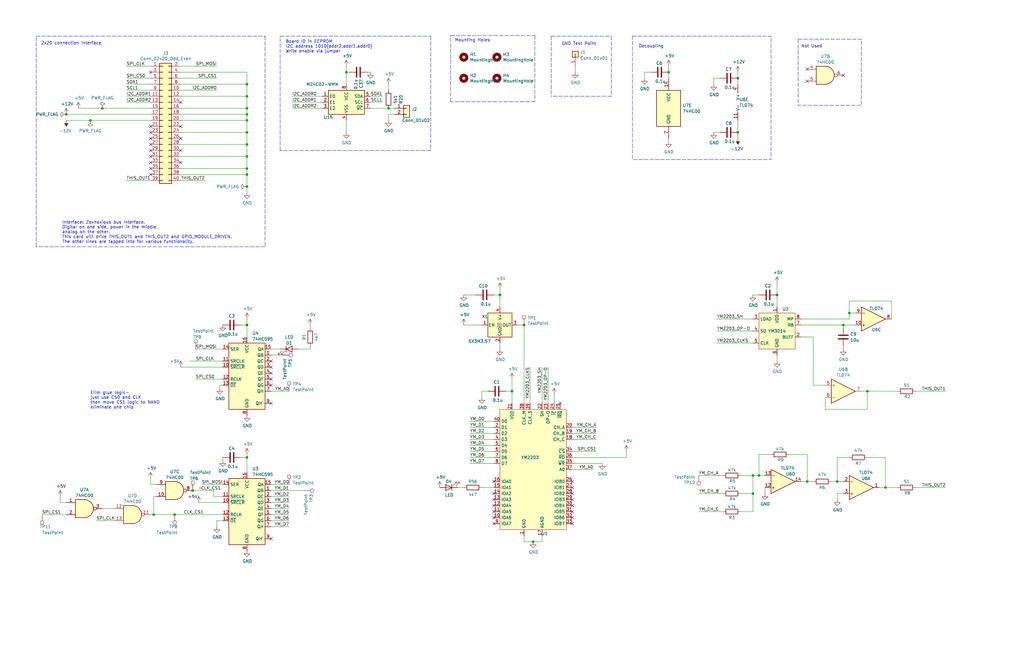
<source format=kicad_sch>
(kicad_sch (version 20230121) (generator eeschema)
  (paper "B")
  (title_block (title "Zoxnoxious 2203 FM Operator Type-N (OPN)") (date "2022-09-07") (rev "0.1") (company "Zoxnoxious Engineering"))
  (junction (at 104.14 60.96))
  (junction (at 104.14 50.8))
  (junction (at 43.18 45.72))
  (junction (at 27.94 48.26))
  (junction (at 373.38 205.74))
  (junction (at 104.14 40.64))
  (junction (at 224.79 228.6))
  (junction (at 281.94 30.48))
  (junction (at 340.36 203.2))
  (junction (at 64.77 217.17))
  (junction (at 317.5 208.28))
  (junction (at 104.14 73.66))
  (junction (at 353.06 203.2))
  (junction (at 311.15 33.02))
  (junction (at 38.1 50.8))
  (junction (at 146.05 30.48))
  (junction (at 81.28 207.01))
  (junction (at 365.76 165.1))
  (junction (at 104.14 66.04))
  (junction (at 104.14 78.74))
  (junction (at 104.14 48.26))
  (junction (at 163.83 45.72))
  (junction (at 317.5 200.66))
  (junction (at 104.14 55.88))
  (junction (at 104.14 45.72))
  (junction (at 210.82 124.46))
  (junction (at 320.04 200.66))
  (junction (at 104.14 35.56))
  (junction (at 73.66 217.17))
  (junction (at 104.14 193.04))
  (junction (at 220.98 137.16))
  (junction (at 104.14 137.16))
  (junction (at 311.15 55.88))
  (junction (at 355.6 137.16))
  (junction (at 104.14 71.12))
  (junction (at 358.14 132.08))
  (junction (at 215.9 165.1))
  (junction (at 327.66 124.46))
  (no_connect (at 114.3 154.94))
  (no_connect (at 114.3 160.02))
  (no_connect (at 241.3 210.82))
  (no_connect (at 63.5 60.96))
  (no_connect (at 63.5 73.66))
  (no_connect (at 241.3 215.9))
  (no_connect (at 63.5 55.88))
  (no_connect (at 355.6 31.75))
  (no_connect (at 114.3 157.48))
  (no_connect (at 208.28 218.44))
  (no_connect (at 76.2 63.5))
  (no_connect (at 63.5 53.34))
  (no_connect (at 241.3 213.36))
  (no_connect (at 241.3 208.28))
  (no_connect (at 208.28 210.82))
  (no_connect (at 208.28 215.9))
  (no_connect (at 114.3 227.33))
  (no_connect (at 63.5 58.42))
  (no_connect (at 76.2 43.18))
  (no_connect (at 114.3 162.56))
  (no_connect (at 208.28 213.36))
  (no_connect (at 340.36 34.29))
  (no_connect (at 63.5 30.48))
  (no_connect (at 63.5 63.5))
  (no_connect (at 114.3 170.18))
  (no_connect (at 208.28 203.2))
  (no_connect (at 208.28 220.98))
  (no_connect (at 63.5 68.58))
  (no_connect (at 208.28 208.28))
  (no_connect (at 76.2 53.34))
  (no_connect (at 63.5 71.12))
  (no_connect (at 76.2 68.58))
  (no_connect (at 241.3 203.2))
  (no_connect (at 241.3 205.74))
  (no_connect (at 236.22 170.18))
  (no_connect (at 340.36 29.21))
  (no_connect (at 241.3 218.44))
  (no_connect (at 63.5 66.04))
  (no_connect (at 76.2 58.42))
  (no_connect (at 241.3 220.98))
  (no_connect (at 114.3 152.4))
  (polyline (pts (xy 189.992 14.986) (xy 225.552 14.986)) (stroke (width 0) (type dash)))
  (polyline (pts (xy 181.61 15.24) (xy 181.61 63.5)) (stroke (width 0) (type dash)))
  (wire (pts (xy 353.06 208.28) (xy 353.06 210.82)))
  (wire (pts (xy 241.3 185.42) (xy 251.46 185.42)))
  (wire (pts (xy 215.9 165.1) (xy 215.9 170.18)))
  (wire (pts (xy 104.14 60.96) (xy 104.14 66.04)))
  (wire (pts (xy 93.98 209.55) (xy 90.17 209.55)))
  (wire (pts (xy 220.98 137.16) (xy 218.44 137.16)))
  (wire (pts (xy 365.76 193.04) (xy 373.38 193.04)))
  (polyline (pts (xy 118.11 63.5) (xy 118.11 15.24)) (stroke (width 0) (type dash)))
  (wire (pts (xy 154.94 30.48) (xy 156.21 30.48)))
  (wire (pts (xy 130.81 137.16) (xy 130.81 138.43)))
  (wire (pts (xy 281.94 27.94) (xy 281.94 30.48)))
  (wire (pts (xy 311.15 55.88) (xy 311.15 58.42)))
  (wire (pts (xy 76.2 48.26) (xy 104.14 48.26)))
  (wire (pts (xy 114.3 212.09) (xy 121.92 212.09)))
  (wire (pts (xy 386.08 165.1) (xy 398.78 165.1)))
  (wire (pts (xy 53.34 43.18) (xy 63.5 43.18)))
  (wire (pts (xy 40.64 219.71) (xy 48.26 219.71)))
  (wire (pts (xy 358.14 132.08) (xy 360.68 132.08)))
  (wire (pts (xy 228.6 228.6) (xy 228.6 226.06)))
  (wire (pts (xy 146.05 50.8) (xy 146.05 55.88)))
  (wire (pts (xy 210.82 124.46) (xy 210.82 129.54)))
  (wire (pts (xy 294.64 200.66) (xy 304.8 200.66)))
  (wire (pts (xy 355.6 137.16) (xy 360.68 137.16)))
  (wire (pts (xy 274.32 30.48) (xy 271.78 30.48)))
  (wire (pts (xy 340.36 203.2) (xy 342.9 203.2)))
  (wire (pts (xy 114.3 149.86) (xy 119.38 149.86)))
  (wire (pts (xy 156.21 43.18) (xy 161.29 43.18)))
  (wire (pts (xy 38.1 50.8) (xy 63.5 50.8)))
  (wire (pts (xy 73.66 217.17) (xy 93.98 217.17)))
  (wire (pts (xy 76.2 40.64) (xy 104.14 40.64)))
  (wire (pts (xy 242.57 27.94) (xy 242.57 30.48)))
  (wire (pts (xy 375.92 134.62) (xy 375.92 127)))
  (wire (pts (xy 320.04 191.77) (xy 320.04 200.66)))
  (wire (pts (xy 200.66 124.46) (xy 195.58 124.46)))
  (wire (pts (xy 63.5 217.17) (xy 64.77 217.17)))
  (wire (pts (xy 86.36 76.2) (xy 76.2 76.2)))
  (wire (pts (xy 347.98 167.64) (xy 347.98 172.72)))
  (wire (pts (xy 208.28 187.96) (xy 198.12 187.96)))
  (wire (pts (xy 53.34 35.56) (xy 63.5 35.56)))
  (polyline (pts (xy 257.81 15.24) (xy 257.81 40.64)) (stroke (width 0) (type dash)))
  (wire (pts (xy 213.36 165.1) (xy 215.9 165.1)))
  (wire (pts (xy 322.58 205.74) (xy 322.58 208.28)))
  (polyline (pts (xy 15.24 104.14) (xy 15.24 15.24)) (stroke (width 0) (type dash)))
  (wire (pts (xy 373.38 193.04) (xy 373.38 205.74)))
  (polyline (pts (xy 225.552 14.986) (xy 225.552 42.926)) (stroke (width 0) (type dash)))
  (polyline (pts (xy 232.41 15.24) (xy 257.81 15.24)) (stroke (width 0) (type dash)))
  (wire (pts (xy 104.14 55.88) (xy 104.14 60.96)))
  (wire (pts (xy 241.3 193.04) (xy 264.16 193.04)))
  (wire (pts (xy 135.89 40.64) (xy 123.19 40.64)))
  (wire (pts (xy 25.4 212.09) (xy 25.4 209.55)))
  (wire (pts (xy 355.6 208.28) (xy 353.06 208.28)))
  (wire (pts (xy 312.42 215.9) (xy 317.5 215.9)))
  (wire (pts (xy 163.83 35.56) (xy 163.83 38.1)))
  (wire (pts (xy 325.12 191.77) (xy 320.04 191.77)))
  (wire (pts (xy 302.26 134.62) (xy 317.5 134.62)))
  (wire (pts (xy 104.14 193.04) (xy 104.14 199.39)))
  (wire (pts (xy 353.06 193.04) (xy 353.06 203.2)))
  (polyline (pts (xy 189.992 42.926) (xy 189.992 14.986)) (stroke (width 0) (type dash)))
  (wire (pts (xy 327.66 124.46) (xy 327.66 129.54)))
  (wire (pts (xy 317.5 215.9) (xy 317.5 208.28)))
  (wire (pts (xy 147.32 30.48) (xy 146.05 30.48)))
  (wire (pts (xy 241.3 182.88) (xy 251.46 182.88)))
  (wire (pts (xy 76.2 55.88) (xy 104.14 55.88)))
  (wire (pts (xy 104.14 40.64) (xy 104.14 45.72)))
  (wire (pts (xy 203.2 205.74) (xy 208.28 205.74)))
  (wire (pts (xy 337.82 203.2) (xy 340.36 203.2)))
  (wire (pts (xy 125.73 147.32) (xy 130.81 147.32)))
  (wire (pts (xy 17.78 217.17) (xy 27.94 217.17)))
  (wire (pts (xy 43.18 214.63) (xy 48.26 214.63)))
  (wire (pts (xy 146.05 27.94) (xy 146.05 30.48)))
  (wire (pts (xy 27.94 50.8) (xy 38.1 50.8)))
  (wire (pts (xy 53.34 33.02) (xy 63.5 33.02)))
  (wire (pts (xy 104.14 191.77) (xy 104.14 193.04)))
  (wire (pts (xy 208.28 195.58) (xy 198.12 195.58)))
  (wire (pts (xy 146.05 35.56) (xy 146.05 30.48)))
  (wire (pts (xy 317.5 208.28) (xy 317.5 200.66)))
  (wire (pts (xy 355.6 146.05) (xy 355.6 147.32)))
  (wire (pts (xy 76.2 50.8) (xy 104.14 50.8)))
  (wire (pts (xy 311.15 33.02) (xy 311.15 35.56)))
  (polyline (pts (xy 111.76 15.24) (xy 111.76 104.14)) (stroke (width 0) (type dash)))
  (wire (pts (xy 76.2 45.72) (xy 104.14 45.72)))
  (wire (pts (xy 130.81 147.32) (xy 130.81 146.05)))
  (wire (pts (xy 340.36 191.77) (xy 340.36 203.2)))
  (wire (pts (xy 294.64 215.9) (xy 304.8 215.9)))
  (wire (pts (xy 93.98 193.04) (xy 93.98 194.31)))
  (wire (pts (xy 208.28 180.34) (xy 198.12 180.34)))
  (wire (pts (xy 104.14 73.66) (xy 104.14 78.74)))
  (wire (pts (xy 163.83 45.72) (xy 166.37 45.72)))
  (wire (pts (xy 365.76 165.1) (xy 378.46 165.1)))
  (wire (pts (xy 231.14 154.94) (xy 231.14 170.18)))
  (wire (pts (xy 365.76 165.1) (xy 363.22 165.1)))
  (wire (pts (xy 312.42 208.28) (xy 317.5 208.28)))
  (wire (pts (xy 114.3 165.1) (xy 121.92 165.1)))
  (wire (pts (xy 210.82 121.92) (xy 210.82 124.46)))
  (wire (pts (xy 82.55 147.32) (xy 93.98 147.32)))
  (wire (pts (xy 198.12 193.04) (xy 208.28 193.04)))
  (wire (pts (xy 76.2 60.96) (xy 104.14 60.96)))
  (wire (pts (xy 337.82 137.16) (xy 355.6 137.16)))
  (wire (pts (xy 63.5 45.72) (xy 43.18 45.72)))
  (wire (pts (xy 205.74 165.1) (xy 203.2 165.1)))
  (wire (pts (xy 365.76 172.72) (xy 365.76 165.1)))
  (wire (pts (xy 114.3 214.63) (xy 121.92 214.63)))
  (wire (pts (xy 76.2 154.94) (xy 93.98 154.94)))
  (wire (pts (xy 90.17 209.55) (xy 90.17 207.01)))
  (polyline (pts (xy 118.11 15.24) (xy 171.45 15.24)) (stroke (width 0) (type dash)))
  (wire (pts (xy 66.04 209.55) (xy 64.77 209.55)))
  (wire (pts (xy 135.89 43.18) (xy 123.19 43.18)))
  (wire (pts (xy 104.14 35.56) (xy 104.14 40.64)))
  (wire (pts (xy 53.34 40.64) (xy 63.5 40.64)))
  (wire (pts (xy 337.82 134.62) (xy 358.14 134.62)))
  (wire (pts (xy 300.99 33.02) (xy 300.99 35.56)))
  (polyline (pts (xy 111.76 104.14) (xy 15.24 104.14)) (stroke (width 0) (type dash)))
  (wire (pts (xy 208.28 185.42) (xy 198.12 185.42)))
  (wire (pts (xy 76.2 66.04) (xy 104.14 66.04)))
  (wire (pts (xy 355.6 137.16) (xy 355.6 138.43)))
  (wire (pts (xy 76.2 71.12) (xy 104.14 71.12)))
  (wire (pts (xy 241.3 190.5) (xy 251.46 190.5)))
  (wire (pts (xy 83.82 212.09) (xy 93.98 212.09)))
  (wire (pts (xy 82.55 160.02) (xy 93.98 160.02)))
  (wire (pts (xy 264.16 190.5) (xy 264.16 193.04)))
  (wire (pts (xy 233.68 166.37) (xy 233.68 170.18)))
  (wire (pts (xy 208.28 182.88) (xy 198.12 182.88)))
  (polyline (pts (xy 232.41 15.24) (xy 232.41 40.64)) (stroke (width 0) (type dash)))
  (wire (pts (xy 76.2 30.48) (xy 104.14 30.48)))
  (wire (pts (xy 228.6 154.94) (xy 228.6 170.18)))
  (wire (pts (xy 210.82 144.78) (xy 210.82 147.32)))
  (wire (pts (xy 156.21 45.72) (xy 163.83 45.72)))
  (polyline (pts (xy 171.45 63.5) (xy 118.11 63.5)) (stroke (width 0) (type dash)))
  (polyline (pts (xy 257.81 40.64) (xy 232.41 40.64)) (stroke (width 0) (type dash)))
  (wire (pts (xy 104.14 71.12) (xy 104.14 73.66)))
  (wire (pts (xy 347.98 172.72) (xy 365.76 172.72)))
  (wire (pts (xy 342.9 162.56) (xy 347.98 162.56)))
  (wire (pts (xy 64.77 209.55) (xy 64.77 217.17)))
  (wire (pts (xy 320.04 200.66) (xy 322.58 200.66)))
  (wire (pts (xy 241.3 195.58) (xy 254 195.58)))
  (wire (pts (xy 358.14 132.08) (xy 358.14 134.62)))
  (wire (pts (xy 271.78 30.48) (xy 271.78 33.02)))
  (wire (pts (xy 104.14 78.74) (xy 104.14 81.28)))
  (wire (pts (xy 294.64 208.28) (xy 304.8 208.28)))
  (polyline (pts (xy 15.24 15.24) (xy 111.76 15.24)) (stroke (width 0) (type dash)))
  (wire (pts (xy 373.38 205.74) (xy 378.46 205.74)))
  (wire (pts (xy 93.98 162.56) (xy 92.71 162.56)))
  (wire (pts (xy 373.38 205.74) (xy 370.84 205.74)))
  (wire (pts (xy 91.44 38.1) (xy 76.2 38.1)))
  (wire (pts (xy 327.66 149.86) (xy 327.66 152.4)))
  (wire (pts (xy 27.94 212.09) (xy 25.4 212.09)))
  (wire (pts (xy 104.14 66.04) (xy 104.14 71.12)))
  (wire (pts (xy 353.06 203.2) (xy 355.6 203.2)))
  (wire (pts (xy 114.3 207.01) (xy 128.27 207.01)))
  (wire (pts (xy 224.79 228.6) (xy 228.6 228.6)))
  (wire (pts (xy 80.01 152.4) (xy 93.98 152.4)))
  (wire (pts (xy 163.83 48.26) (xy 166.37 48.26)))
  (polyline (pts (xy 225.552 42.926) (xy 189.992 42.926)) (stroke (width 0) (type dash)))
  (wire (pts (xy 76.2 27.94) (xy 91.44 27.94)))
  (wire (pts (xy 91.44 33.02) (xy 76.2 33.02)))
  (wire (pts (xy 241.3 180.34) (xy 251.46 180.34)))
  (wire (pts (xy 281.94 30.48) (xy 281.94 33.02)))
  (wire (pts (xy 91.44 219.71) (xy 91.44 222.25)))
  (wire (pts (xy 375.92 127) (xy 358.14 127)))
  (wire (pts (xy 215.9 160.02) (xy 215.9 165.1)))
  (wire (pts (xy 63.5 204.47) (xy 63.5 201.93)))
  (wire (pts (xy 223.52 154.94) (xy 223.52 170.18)))
  (polyline (pts (xy 171.45 15.24) (xy 181.61 15.24)) (stroke (width 0) (type dash)))
  (wire (pts (xy 93.98 219.71) (xy 91.44 219.71)))
  (wire (pts (xy 43.18 45.72) (xy 33.02 45.72)))
  (wire (pts (xy 104.14 48.26) (xy 104.14 50.8)))
  (wire (pts (xy 208.28 190.5) (xy 198.12 190.5)))
  (wire (pts (xy 53.34 76.2) (xy 63.5 76.2)))
  (wire (pts (xy 101.6 137.16) (xy 104.14 137.16)))
  (wire (pts (xy 220.98 170.18) (xy 220.98 137.16)))
  (wire (pts (xy 114.3 209.55) (xy 121.92 209.55)))
  (wire (pts (xy 386.08 205.74) (xy 398.78 205.74)))
  (wire (pts (xy 358.14 127) (xy 358.14 132.08)))
  (wire (pts (xy 303.53 55.88) (xy 300.99 55.88)))
  (wire (pts (xy 76.2 35.56) (xy 104.14 35.56)))
  (wire (pts (xy 104.14 137.16) (xy 104.14 142.24)))
  (wire (pts (xy 327.66 119.38) (xy 327.66 124.46)))
  (wire (pts (xy 303.53 33.02) (xy 300.99 33.02)))
  (wire (pts (xy 195.58 137.16) (xy 203.2 137.16)))
  (wire (pts (xy 161.29 40.64) (xy 156.21 40.64)))
  (wire (pts (xy 63.5 48.26) (xy 27.94 48.26)))
  (wire (pts (xy 281.94 58.42) (xy 281.94 59.69)))
  (wire (pts (xy 85.09 204.47) (xy 93.98 204.47)))
  (wire (pts (xy 342.9 142.24) (xy 342.9 162.56)))
  (polyline (pts (xy 181.61 63.5) (xy 171.45 63.5)) (stroke (width 0) (type dash)))
  (wire (pts (xy 220.98 226.06) (xy 220.98 228.6)))
  (wire (pts (xy 104.14 30.48) (xy 104.14 35.56)))
  (wire (pts (xy 332.74 191.77) (xy 340.36 191.77)))
  (wire (pts (xy 101.6 193.04) (xy 104.14 193.04)))
  (wire (pts (xy 64.77 217.17) (xy 73.66 217.17)))
  (wire (pts (xy 92.71 162.56) (xy 92.71 163.83)))
  (wire (pts (xy 337.82 142.24) (xy 342.9 142.24)))
  (wire (pts (xy 193.04 205.74) (xy 195.58 205.74)))
  (wire (pts (xy 203.2 165.1) (xy 203.2 167.64)))
  (wire (pts (xy 76.2 73.66) (xy 104.14 73.66)))
  (wire (pts (xy 208.28 124.46) (xy 210.82 124.46)))
  (wire (pts (xy 114.3 147.32) (xy 118.11 147.32)))
  (wire (pts (xy 311.15 50.8) (xy 311.15 55.88)))
  (wire (pts (xy 241.3 198.12) (xy 250.19 198.12)))
  (wire (pts (xy 302.26 144.78) (xy 317.5 144.78)))
  (wire (pts (xy 163.83 50.8) (xy 163.83 48.26)))
  (wire (pts (xy 114.3 217.17) (xy 121.92 217.17)))
  (wire (pts (xy 114.3 219.71) (xy 121.92 219.71)))
  (wire (pts (xy 114.3 222.25) (xy 121.92 222.25)))
  (wire (pts (xy 104.14 45.72) (xy 104.14 48.26)))
  (wire (pts (xy 311.15 30.48) (xy 311.15 33.02)))
  (wire (pts (xy 317.5 124.46) (xy 320.04 124.46)))
  (wire (pts (xy 208.28 177.8) (xy 198.12 177.8)))
  (wire (pts (xy 81.28 207.01) (xy 90.17 207.01)))
  (wire (pts (xy 104.14 50.8) (xy 104.14 55.88)))
  (wire (pts (xy 66.04 204.47) (xy 63.5 204.47)))
  (wire (pts (xy 104.14 134.62) (xy 104.14 137.16)))
  (wire (pts (xy 53.34 38.1) (xy 63.5 38.1)))
  (wire (pts (xy 220.98 228.6) (xy 224.79 228.6)))
  (wire (pts (xy 350.52 203.2) (xy 353.06 203.2)))
  (wire (pts (xy 317.5 200.66) (xy 320.04 200.66)))
  (wire (pts (xy 312.42 200.66) (xy 317.5 200.66)))
  (wire (pts (xy 114.3 204.47) (xy 121.92 204.47)))
  (wire (pts (xy 135.89 45.72) (xy 123.19 45.72)))
  (wire (pts (xy 302.26 139.7) (xy 317.5 139.7)))
  (wire (pts (xy 53.34 27.94) (xy 63.5 27.94)))
  (wire (pts (xy 358.14 193.04) (xy 353.06 193.04)))
  (rectangle (start 266.7 15.24) (end 325.12 67.31) (stroke (width 0) (type dash)))
  (rectangle (start 336.55 16.51) (end 363.22 44.45) (stroke (width 0) (type dash)))
  (text "Elim glue logic-\njust use CS0 and CLK\nthen move CS1 logic to NAND\neliminate one chip" (at 38.1 172.72 0) (effects (font (size 1.27 1.27)) (justify left bottom)))
  (text "2x20 connection interface" (at 17.272 19.05 0) (effects (font (size 1.27 1.27)) (justify left bottom)))
  (text "Decoupling" (at 269.24 20.32 0) (effects (font (size 1.27 1.27)) (justify left bottom)))
  (text "Mounting Holes" (at 191.77 17.78 0) (effects (font (size 1.27 1.27)) (justify left bottom)))
  (text "GND Test Point" (at 236.728 19.304 0) (effects (font (size 1.27 1.27)) (justify left bottom)))
  (text "Board ID in EEPROM\nI2C address 1010{addr2,addr1,addr0}\nWrite enable via jumper" (at 120.396 22.479 0) (effects (font (size 1.27 1.27)) (justify left bottom)))
  (text "Not Used" (at 337.82 20.32 0) (effects (font (size 1.27 1.27)) (justify left bottom)))
  (text "Interface: Zoxnoxious bus interface.\nDigital on one side, power in the middle,\nanalog on the other.\nThis card will drive THIS_OUT1 and THIS_OUT2 and GPIO_MODULE_DRIVEN.\nThe other lines are tapped into for various functionality." (at 26.162 102.87 0) (effects (font (size 1.27 1.27)) (justify left bottom)))
  (label "THIS_OUT2" (at 398.78 205.74 180))
  (label "YM_CH_B" (at 294.64 208.28 0))
  (label "YM_CH_C" (at 294.64 215.9 0))
  (label "YM_D0" (at 198.12 177.8 0))
  (label "SCL1" (at 53.34 38.1 0))
  (label "YM_CH_C" (at 251.46 185.42 180))
  (label "YM_A0" (at 121.92 165.1 180))
  (label "YM_D6" (at 121.92 219.71 180))
  (label "YM_CH_A" (at 294.64 200.66 0))
  (label "YM_D3" (at 121.92 212.09 180))
  (label "SPI_CS0" (at 82.55 160.02 0))
  (label "SPI_CLK" (at 40.64 219.71 0))
  (label "SPI_CS1" (at 91.44 33.02 180))
  (label "I2C_ADDR0" (at 123.19 40.64 0))
  (label "SPI_CS1" (at 251.46 190.5 180))
  (label "YM_D0" (at 121.92 204.47 180))
  (label "YM_D1" (at 198.12 180.34 0))
  (label "YM_D4" (at 121.92 214.63 180))
  (label "YM2203_CLKS" (at 223.52 154.94 270))
  (label "YM2203_SH" (at 228.6 154.94 270))
  (label "I2C_ADDR1" (at 123.19 43.18 0))
  (label "CLK_CS1" (at 77.47 217.17 0))
  (label "I2C_ADDR0" (at 91.44 38.1 180))
  (label "SDA1" (at 53.34 35.56 0))
  (label "YM_D4" (at 198.12 187.96 0))
  (label "I2C_ADDR2" (at 123.19 45.72 0))
  (label "~CLK_CS1" (at 83.82 207.01 0))
  (label "YM_D3" (at 198.12 185.42 0))
  (label "YM_D5" (at 121.92 217.17 180))
  (label "YM_A0" (at 250.19 198.12 180))
  (label "SPI_MOSI" (at 82.55 147.32 0))
  (label "YM_D7" (at 198.12 195.58 0))
  (label "SPI_CS0" (at 53.34 33.02 0))
  (label "YM2203_SH" (at 302.26 134.62 0))
  (label "THIS_OUT1" (at 53.34 76.2 0))
  (label "SDA1" (at 161.29 40.64 180))
  (label "YM_D2" (at 198.12 182.88 0))
  (label "SCL1" (at 161.29 43.18 180))
  (label "SPI_CLK" (at 53.34 27.94 0))
  (label "SPI_CS1" (at 17.78 217.17 0))
  (label "SPI_MOSI" (at 91.44 27.94 180))
  (label "SPI_CLK" (at 82.55 152.4 0))
  (label "YM_D2" (at 121.92 209.55 180))
  (label "YM2203_OP-O" (at 302.26 139.7 0))
  (label "YM2203_CLKS" (at 302.26 144.78 0))
  (label "YM2203_OP-O" (at 231.14 154.94 270))
  (label "THIS_OUT2" (at 86.36 76.2 180))
  (label "YM_D1" (at 121.92 207.01 180))
  (label "YM_D5" (at 198.12 190.5 0))
  (label "THIS_OUT1" (at 398.78 165.1 180))
  (label "YM_D7" (at 121.92 222.25 180))
  (label "I2C_ADDR1" (at 53.34 40.64 0))
  (label "SPI_MOSI" (at 85.09 204.47 0))
  (label "YM_CH_B" (at 251.46 182.88 180))
  (label "YM_CH_A" (at 251.46 180.34 180))
  (label "I2C_ADDR2" (at 53.34 43.18 0))
  (label "YM_D6" (at 198.12 193.04 0))
  (symbol (lib_id "Connector_Generic:Conn_02x20_Odd_Even") (at 68.58 50.8 0) (unit 1)
    (property "Reference" "J3" (at 69.85 22.4282 0))
    (property "Value" "Conn_02x20_Odd_Even" (at 69.85 24.7396 0))
    (property "Footprint" "Connector_PinHeader_2.54mm:PinHeader_2x20_P2.54mm_Horizontal" (effects hide))
  )
  (symbol (lib_id "power:GND") (at 104.14 81.28 0) (unit 1)
    (property "Reference" "#PWR0118" (effects hide))
    (property "Value" "GND" (at 104.267 85.6742 0))
  )
  (symbol (lib_id "power:+5V") (at 33.02 45.72 0) (unit 1)
    (property "Reference" "#PWR0120" (effects hide))
    (property "Value" "+5V" (at 33.401 41.3258 0))
  )
  (symbol (lib_id "power:+12V") (at 27.94 48.26 0) (unit 1)
    (property "Reference" "#PWR0117" (effects hide))
    (property "Value" "+12V" (at 28.321 43.8658 0))
  )
  (symbol (lib_id "power:-12V") (at 27.94 50.8 180) (unit 1)
    (property "Reference" "#PWR0119" (effects hide))
    (property "Value" "-12V" (at 27.559 55.1942 0))
  )
  (symbol (lib_id "power:PWR_FLAG") (at 43.18 45.72 0) (unit 1)
    (property "Reference" "#FLG0101" (effects hide))
    (property "Value" "PWR_FLAG" (at 43.18 41.3258 0))
  )
  (symbol (lib_id "power:PWR_FLAG") (at 27.94 48.26 90) (unit 1)
    (property "Reference" "#FLG0102" (effects hide))
    (property "Value" "PWR_FLAG" (at 24.7142 48.26 90) (effects (justify left)))
  )
  (symbol (lib_id "power:PWR_FLAG") (at 38.1 50.8 180) (unit 1)
    (property "Reference" "#FLG0103" (effects hide))
    (property "Value" "PWR_FLAG" (at 38.1 55.1942 0))
  )
  (symbol (lib_id "power:PWR_FLAG") (at 104.14 78.74 90) (unit 1)
    (property "Reference" "#FLG0104" (effects hide))
    (property "Value" "PWR_FLAG" (at 100.8888 78.74 90) (effects (justify left)))
  )
  (symbol (lib_id "Device:R") (at 199.39 205.74 270) (unit 1)
    (property "Reference" "R56" (at 199.39 203.2 90))
    (property "Value" "4k7" (at 199.39 208.6864 90))
    (property "Footprint" "Resistor_SMD:R_0603_1608Metric" (effects hide))
    (property "LCSC Part" "C23162" (effects hide))
  )
  (symbol (lib_id "Device:LED") (at 189.23 205.74 180) (unit 1)
    (property "Reference" "D4" (at 189.23 203.2 0))
    (property "Value" "LED" (at 189.4078 208.9404 0))
    (property "Footprint" "LED_SMD:LED_0603_1608Metric" (effects hide))
    (property "LCSC Part" "C2286" (effects hide))
  )
  (symbol (lib_id "power:+5V") (at 185.42 205.74 0) (unit 1)
    (property "Reference" "#PWR0112" (effects hide))
    (property "Value" "+5V" (at 185.801 201.3458 0))
  )
  (symbol (lib_id "power:GND") (at 146.05 55.88 0) (unit 1)
    (property "Reference" "#PWR0124" (effects hide))
    (property "Value" "GND" (at 146.177 60.2742 0))
  )
  (symbol (lib_id "power:+5V") (at 146.05 27.94 0) (unit 1)
    (property "Reference" "#PWR0126" (effects hide))
    (property "Value" "+5V" (at 146.431 23.5458 0))
  )
  (symbol (lib_id "Device:C") (at 151.13 30.48 270) (unit 1)
    (property "Reference" "C37" (at 152.2984 33.401 0) (effects (justify left)))
    (property "Value" "0.1u" (at 149.987 33.401 0) (effects (justify left)))
    (property "Footprint" "Capacitor_SMD:C_0603_1608Metric" (effects hide))
    (property "LCSC Part" "C14663" (effects hide))
  )
  (symbol (lib_id "power:GND") (at 156.21 30.48 0) (unit 1)
    (property "Reference" "#PWR0125" (effects hide))
    (property "Value" "GND" (at 156.337 34.8742 0))
  )
  (symbol (lib_id "Memory_EEPROM:M24C02-WMN") (at 146.05 43.18 0) (unit 1)
    (property "Reference" "U15" (at 138.43 49.53 0))
    (property "Value" "M24C02-WMN" (at 135.89 35.56 0))
    (property "Footprint" "Package_SO:SOIC-8_3.9x4.9mm_P1.27mm" (effects hide))
    (property "Datasheet" "http://www.st.com/content/ccc/resource/technical/document/datasheet/b0/d8/50/40/5a/85/49/6f/DM00071904.pdf/files/DM00071904.pdf/jcr:content/translations/en.DM00071904.pdf" (effects hide))
    (property "LCSC Part" "C7562" (effects hide))
  )
  (symbol (lib_id "power:GND") (at 163.83 50.8 0) (unit 1)
    (property "Reference" "#PWR08" (effects hide))
    (property "Value" "GND" (at 163.957 55.1942 0))
  )
  (symbol (lib_id "Mechanical:MountingHole") (at 195.58 24.13 0) (unit 1)
    (property "Reference" "H1" (at 198.12 22.9616 0) (effects (justify left)))
    (property "Value" "MountingHole" (at 198.12 25.273 0) (effects (justify left)))
    (property "Footprint" "MountingHole:MountingHole_3.2mm_M3" (effects hide))
  )
  (symbol (lib_id "Mechanical:MountingHole") (at 209.55 24.13 0) (unit 1)
    (property "Reference" "H3" (at 212.09 22.9616 0) (effects (justify left)))
    (property "Value" "MountingHole" (at 212.09 25.273 0) (effects (justify left)))
    (property "Footprint" "MountingHole:MountingHole_3.2mm_M3" (effects hide))
  )
  (symbol (lib_id "Mechanical:MountingHole") (at 209.55 33.02 0) (unit 1)
    (property "Reference" "H4" (at 212.09 31.8516 0) (effects (justify left)))
    (property "Value" "MountingHole" (at 212.09 34.163 0) (effects (justify left)))
    (property "Footprint" "MountingHole:MountingHole_3.2mm_M3" (effects hide))
  )
  (symbol (lib_id "Mechanical:MountingHole") (at 195.58 33.02 0) (unit 1)
    (property "Reference" "H2" (at 198.12 31.8516 0) (effects (justify left)))
    (property "Value" "MountingHole" (at 198.12 34.163 0) (effects (justify left)))
    (property "Footprint" "MountingHole:MountingHole_3.2mm_M3" (effects hide))
  )
  (symbol (lib_id "74xx:74HC00") (at 73.66 207.01 0) (unit 3)
    (property "Reference" "U7" (at 73.6517 199.0557 0))
    (property "Value" "74HC00" (at 73.6517 201.4799 0))
    (property "Footprint" "Package_SO:SOIC-14_3.9x8.7mm_P1.27mm" (effects hide))
    (property "Datasheet" "http://www.ti.com/lit/gpn/sn74hc00" (effects hide))
    (property "LCSC Part" "C10090" (effects hide))
  )
  (symbol (lib_id "Connector:TestPoint") (at 73.66 217.17 180) (unit 1)
    (property "Reference" "TP8" (at 74.93 222.25 0) (effects (justify left)))
    (property "Value" "TestPoint" (at 74.93 224.79 0) (effects (justify left)))
    (property "Footprint" "TestPoint:TestPoint_Pad_2.0x2.0mm" (effects hide))
    (property "Digikey" "952-2664-2-ND" (effects hide))
  )
  (symbol (lib_id "power:GND") (at 92.71 163.83 0) (unit 1)
    (property "Reference" "#PWR012" (effects hide))
    (property "Value" "GND" (at 92.837 168.2242 0))
  )
  (symbol (lib_id "power:GND") (at 195.58 124.46 0) (unit 1)
    (property "Reference" "#PWR034" (effects hide))
    (property "Value" "GND" (at 195.707 128.8542 0))
  )
  (symbol (lib_id "Connector:TestPoint") (at 81.28 207.01 0) (unit 1)
    (property "Reference" "TP6" (at 80.01 201.93 0) (effects (justify left)))
    (property "Value" "TestPoint" (at 80.01 199.39 0) (effects (justify left)))
    (property "Footprint" "TestPoint:TestPoint_Pad_2.0x2.0mm" (effects hide))
    (property "Digikey" "952-2664-2-ND" (effects hide))
  )
  (symbol (lib_id "Device:R") (at 308.61 200.66 90) (unit 1)
    (property "Reference" "R5" (at 308.864 202.946 90))
    (property "Value" "47k" (at 308.61 198.374 90))
    (property "Footprint" "Resistor_SMD:R_0603_1608Metric" (effects hide))
    (property "LCSC Part" "C25819" (effects hide))
  )
  (symbol (lib_id "Connector:TestPoint") (at 121.92 204.47 0) (unit 1)
    (property "Reference" "TP2" (at 123.3932 201.4728 0) (effects (justify left)))
    (property "Value" "TestPoint" (at 123.3932 203.7842 0) (effects (justify left)))
    (property "Footprint" "TestPoint:TestPoint_Pad_2.0x2.0mm" (effects hide))
    (property "Digikey" "952-2664-2-ND" (effects hide))
  )
  (symbol (lib_id "Device:R") (at 346.71 203.2 90) (unit 1)
    (property "Reference" "R6" (at 346.71 205.74 90))
    (property "Value" "47k" (at 346.71 200.2536 90))
    (property "Footprint" "Resistor_SMD:R_0603_1608Metric" (effects hide))
    (property "LCSC Part" "C25819" (effects hide))
  )
  (symbol (lib_id "Amplifier_Operational:TL074") (at 355.6 165.1 0) (unit 2)
    (property "Reference" "U6" (at 355.6 155.8757 0))
    (property "Value" "TL074" (at 355.6 158.2999 0))
    (property "Footprint" "Package_SO:TSSOP-14_4.4x5mm_P0.65mm" (effects hide))
    (property "Datasheet" "http://www.ti.com/lit/ds/symlink/tl071.pdf" (effects hide))
    (property "LCSC Part" "C96507" (effects hide))
  )
  (symbol (lib_id "power:GND") (at 281.94 59.69 0) (unit 1)
    (property "Reference" "#PWR024" (effects hide))
    (property "Value" "GND" (at 282.067 64.0842 0))
  )
  (symbol (lib_id "power:+5V") (at 130.81 137.16 0) (unit 1)
    (property "Reference" "#PWR013" (effects hide))
    (property "Value" "+5V" (at 131.191 132.7658 0))
  )
  (symbol (lib_id "power:GND") (at 203.2 167.64 0) (unit 1)
    (property "Reference" "#PWR02" (effects hide))
    (property "Value" "GND" (at 203.327 172.0342 0))
  )
  (symbol (lib_id "power:+5V") (at 76.2 154.94 0) (unit 1)
    (property "Reference" "#PWR014" (effects hide))
    (property "Value" "+5V" (at 73.66 152.4 0))
  )
  (symbol (lib_id "Device:R") (at 308.61 208.28 90) (unit 1)
    (property "Reference" "R4" (at 308.864 210.566 90))
    (property "Value" "47k" (at 308.61 205.994 90))
    (property "Footprint" "Resistor_SMD:R_0603_1608Metric" (effects hide))
    (property "LCSC Part" "C25819" (effects hide))
  )
  (symbol (lib_id "Device:C") (at 204.47 124.46 90) (unit 1)
    (property "Reference" "C10" (at 205.74 120.65 90) (effects (justify left)))
    (property "Value" "0.1u" (at 207.01 128.27 90) (effects (justify left)))
    (property "Footprint" "Capacitor_SMD:C_0603_1608Metric" (effects hide))
    (property "LCSC Part" "C14663" (effects hide))
  )
  (symbol (lib_id "power:GND") (at 322.58 208.28 0) (unit 1)
    (property "Reference" "#PWR032" (effects hide))
    (property "Value" "GND" (at 322.707 212.6742 0))
  )
  (symbol (lib_id "power:+12V") (at 311.15 30.48 0) (unit 1)
    (property "Reference" "#PWR028" (effects hide))
    (property "Value" "+12V" (at 311.531 26.0858 0))
  )
  (symbol (lib_id "power:-12V") (at 311.15 58.42 180) (unit 1)
    (property "Reference" "#PWR030" (effects hide))
    (property "Value" "-12V" (at 310.769 62.8142 0))
  )
  (symbol (lib_id "power:+5V") (at 327.66 119.38 0) (unit 1)
    (property "Reference" "#PWR06" (effects hide))
    (property "Value" "+5V" (at 328.041 114.9858 0))
  )
  (symbol (lib_id "Amplifier_Operational:TL074") (at 313.69 43.18 0) (unit 5)
    (property "Reference" "U6" (at 311.785 41.9679 0) (effects (justify left)))
    (property "Value" "TL074" (at 311.785 44.3921 0) (effects (justify left)))
    (property "Footprint" "Package_SO:TSSOP-14_4.4x5mm_P0.65mm" (effects hide))
    (property "Datasheet" "http://www.ti.com/lit/ds/symlink/tl071.pdf" (effects hide))
    (property "LCSC Part" "C96507" (effects hide))
  )
  (symbol (lib_id "power:GND") (at 104.14 232.41 0) (unit 1)
    (property "Reference" "#PWR026" (effects hide))
    (property "Value" "GND" (at 104.267 236.8042 0))
  )
  (symbol (lib_id "Connector_Generic:Conn_01x01") (at 242.57 22.86 90) (unit 1)
    (property "Reference" "J1" (at 244.602 22.0253 90) (effects (justify right)))
    (property "Value" "Conn_01x01" (at 244.602 24.5622 90) (effects (justify right)))
    (property "Footprint" "Connector_PinHeader_2.54mm:PinHeader_1x01_P2.54mm_Vertical" (effects hide))
  )
  (symbol (lib_id "power:+5V") (at 210.82 121.92 0) (unit 1)
    (property "Reference" "#PWR035" (effects hide))
    (property "Value" "+5V" (at 211.201 117.5258 0))
  )
  (symbol (lib_id "power:GND") (at 300.99 55.88 0) (unit 1)
    (property "Reference" "#PWR029" (effects hide))
    (property "Value" "GND" (at 301.117 60.2742 0))
  )
  (symbol (lib_id "power:GND") (at 300.99 35.56 0) (unit 1)
    (property "Reference" "#PWR010" (effects hide))
    (property "Value" "GND" (at 301.117 39.9542 0))
  )
  (symbol (lib_id "Amplifier_Operational:TL074") (at 368.3 134.62 0) (mirror x) (unit 3)
    (property "Reference" "U6" (at 369.57 139.065 0))
    (property "Value" "TL074" (at 369.57 130.175 0))
    (property "Footprint" "Package_SO:TSSOP-14_4.4x5mm_P0.65mm" (effects hide))
    (property "Datasheet" "http://www.ti.com/lit/ds/symlink/tl071.pdf" (effects hide))
    (property "LCSC Part" "C96507" (effects hide))
  )
  (symbol (lib_id "Device:R") (at 382.27 205.74 270) (unit 1)
    (property "Reference" "R8" (at 381.254 208.026 90) (effects (justify left)))
    (property "Value" "51" (at 381 203.2 90) (effects (justify left)))
    (property "Footprint" "Resistor_SMD:R_0603_1608Metric" (effects hide))
    (property "LCSC Part" "C23197" (effects hide))
  )
  (symbol (lib_id "74xx:74HC00") (at 55.88 217.17 0) (unit 4)
    (property "Reference" "U7" (at 55.8717 209.2157 0))
    (property "Value" "74HC00" (at 55.8717 211.6399 0))
    (property "Footprint" "Package_SO:SOIC-14_3.9x8.7mm_P1.27mm" (effects hide))
    (property "Datasheet" "http://www.ti.com/lit/gpn/sn74hc00" (effects hide))
    (property "LCSC Part" "C10090" (effects hide))
  )
  (symbol (lib_id "Connector:TestPoint") (at 82.55 147.32 0) (unit 1)
    (property "Reference" "TP9" (at 81.28 142.24 0) (effects (justify left)))
    (property "Value" "TestPoint" (at 81.28 139.7 0) (effects (justify left)))
    (property "Footprint" "TestPoint:TestPoint_Pad_2.0x2.0mm" (effects hide))
    (property "Digikey" "952-2664-2-ND" (effects hide))
  )
  (symbol (lib_id "Device:LED") (at 121.92 147.32 0) (unit 1)
    (property "Reference" "D1" (at 121.92 144.78 0))
    (property "Value" "LED" (at 121.92 142.24 0))
    (property "Footprint" "LED_SMD:LED_0603_1608Metric" (effects hide))
    (property "LCSC Part" "C2286" (effects hide))
  )
  (symbol (lib_id "Device:R") (at 382.27 165.1 270) (unit 1)
    (property "Reference" "R2" (at 381.254 167.386 90) (effects (justify left)))
    (property "Value" "51" (at 381 162.56 90) (effects (justify left)))
    (property "Footprint" "Resistor_SMD:R_0603_1608Metric" (effects hide))
    (property "LCSC Part" "C23197" (effects hide))
  )
  (symbol (lib_id "power:GND") (at 224.79 228.6 0) (unit 1)
    (property "Reference" "#PWR03" (effects hide))
    (property "Value" "GND" (at 224.917 232.9942 0))
  )
  (symbol (lib_id "power:GND") (at 210.82 147.32 0) (unit 1)
    (property "Reference" "#PWR037" (effects hide))
    (property "Value" "GND" (at 210.947 151.7142 0))
  )
  (symbol (lib_id "Device:R") (at 130.81 142.24 0) (unit 1)
    (property "Reference" "R1" (at 128.27 142.24 90))
    (property "Value" "4k7" (at 133.35 142.24 90))
    (property "Footprint" "Resistor_SMD:R_0603_1608Metric" (effects hide))
    (property "LCSC Part" "C23162" (effects hide))
  )
  (symbol (lib_id "power:+5V") (at 163.83 35.56 0) (unit 1)
    (property "Reference" "#PWR064" (effects hide))
    (property "Value" "+5V" (at 164.211 31.1658 0))
  )
  (symbol (lib_id "Device:C") (at 209.55 165.1 90) (unit 1)
    (property "Reference" "C1" (at 210.82 161.29 90) (effects (justify left)))
    (property "Value" "0.1u" (at 212.09 168.91 90) (effects (justify left)))
    (property "Footprint" "Capacitor_SMD:C_0603_1608Metric" (effects hide))
    (property "LCSC Part" "C14663" (effects hide))
  )
  (symbol (lib_id "Device:C") (at 97.79 193.04 90) (unit 1)
    (property "Reference" "C4" (at 99.06 189.23 90) (effects (justify left)))
    (property "Value" "0.1u" (at 100.33 196.85 90) (effects (justify left)))
    (property "Footprint" "Capacitor_SMD:C_0603_1608Metric" (effects hide))
    (property "LCSC Part" "C14663" (effects hide))
  )
  (symbol (lib_id "z2203_proj:YM2203") (at 223.52 193.04 0) (unit 1)
    (property "Reference" "U1" (at 228.2541 225.1131 0) (effects (justify left)))
    (property "Value" "YM2203" (at 223.52 193.04 0))
    (property "Footprint" "Package_DIP:DIP-40_W15.24mm" (effects hide))
    (property "Datasheet" "https://bitsavers.org/components/yamaha/YM2203_198911.pdf" (effects hide))
  )
  (symbol (lib_id "power:+5V") (at 264.16 190.5 0) (unit 1)
    (property "Reference" "#PWR07" (effects hide))
    (property "Value" "+5V" (at 264.541 186.1058 0))
  )
  (symbol (lib_id "power:GND") (at 327.66 152.4 0) (unit 1)
    (property "Reference" "#PWR04" (effects hide))
    (property "Value" "GND" (at 327.787 156.7942 0))
  )
  (symbol (lib_id "power:+5V") (at 281.94 27.94 0) (unit 1)
    (property "Reference" "#PWR023" (effects hide))
    (property "Value" "+5V" (at 282.321 23.5458 0))
  )
  (symbol (lib_id "Amplifier_Operational:TL074") (at 363.22 205.74 0) (mirror x) (unit 1)
    (property "Reference" "U6" (at 365.125 201.93 0))
    (property "Value" "TL074" (at 365.125 199.39 0))
    (property "Footprint" "Package_SO:TSSOP-14_4.4x5mm_P0.65mm" (effects hide))
    (property "Datasheet" "http://www.ti.com/lit/ds/symlink/tl071.pdf" (effects hide))
    (property "LCSC Part" "C96507" (effects hide))
  )
  (symbol (lib_id "power:+5V") (at 83.82 212.09 0) (unit 1)
    (property "Reference" "#PWR015" (effects hide))
    (property "Value" "+5V" (at 81.28 209.55 0))
  )
  (symbol (lib_id "Connector_Generic:Conn_01x02") (at 171.45 45.72 0) (unit 1)
    (property "Reference" "J2" (at 173.482 46.1553 0) (effects (justify left)))
    (property "Value" "Conn_01x02" (at 169.545 50.8 0) (effects (justify left)))
    (property "Footprint" "Connector_PinHeader_2.54mm:PinHeader_1x02_P2.54mm_Vertical" (effects hide))
  )
  (symbol (lib_id "Device:C") (at 307.34 33.02 90) (unit 1)
    (property "Reference" "C7" (at 308.61 29.21 90) (effects (justify left)))
    (property "Value" "0.1u" (at 309.88 36.83 90) (effects (justify left)))
    (property "Footprint" "Capacitor_SMD:C_0603_1608Metric" (effects hide))
    (property "LCSC Part" "C14663" (effects hide))
  )
  (symbol (lib_id "z2203_proj:YM3014") (at 327.66 139.7 0) (unit 1)
    (property "Reference" "U2" (at 329.8541 130.4869 0) (effects (justify left)))
    (property "Value" "YM3014" (at 327.66 139.7 0))
    (property "Footprint" "Package_DIP:DIP-8_W7.62mm" (effects hide))
    (property "Datasheet" "https://theretroweb.com/chip/documentation/ym3014-datasheet-668d0e859bece064989672.pdf" (effects hide))
  )
  (symbol (lib_id "power:GND") (at 242.57 30.48 0) (unit 1)
    (property "Reference" "#PWR069" (effects hide))
    (property "Value" "GND" (at 242.697 34.8742 0))
  )
  (symbol (lib_id "power:+5V") (at 215.9 160.02 0) (unit 1)
    (property "Reference" "#PWR01" (effects hide))
    (property "Value" "+5V" (at 216.281 155.6258 0))
  )
  (symbol (lib_id "power:GND") (at 271.78 33.02 0) (unit 1)
    (property "Reference" "#PWR022" (effects hide))
    (property "Value" "GND" (at 271.907 37.4142 0))
  )
  (symbol (lib_id "power:GND") (at 91.44 222.25 0) (unit 1)
    (property "Reference" "#PWR011" (effects hide))
    (property "Value" "GND" (at 91.567 226.6442 0))
  )
  (symbol (lib_id "Device:C") (at 355.6 142.24 0) (unit 1)
    (property "Reference" "C9" (at 358.521 141.0279 0) (effects (justify left)))
    (property "Value" "10u" (at 358.521 143.4521 0) (effects (justify left)))
    (property "Footprint" "Capacitor_SMD:C_0805_2012Metric" (effects hide))
    (property "LCSC Part" "C15850" (effects hide))
  )
  (symbol (lib_id "74xx:74HC595") (at 104.14 214.63 0) (unit 1)
    (property "Reference" "U3" (at 106.3341 197.7857 0) (effects (justify left)))
    (property "Value" "74HC595" (at 106.3341 200.2099 0) (effects (justify left)))
    (property "Footprint" "Package_SO:TSSOP-16_4.4x5mm_P0.65mm" (effects hide))
    (property "Datasheet" "http://www.ti.com/lit/ds/symlink/sn74hc595.pdf" (effects hide))
    (property "LCSC Part" "C273642" (effects hide))
  )
  (symbol (lib_id "Device:C") (at 307.34 55.88 90) (unit 1)
    (property "Reference" "C8" (at 308.61 52.07 90) (effects (justify left)))
    (property "Value" "0.1u" (at 309.88 59.69 90) (effects (justify left)))
    (property "Footprint" "Capacitor_SMD:C_0603_1608Metric" (effects hide))
    (property "LCSC Part" "C14663" (effects hide))
  )
  (symbol (lib_id "Connector:TestPoint") (at 294.64 200.66 180) (unit 1)
    (property "Reference" "TP12" (at 293.1668 203.6572 0) (effects (justify left)))
    (property "Value" "TestPoint" (at 293.1668 201.3458 0) (effects (justify left)))
    (property "Footprint" "TestPoint:TestPoint_Pad_2.0x2.0mm" (effects hide))
    (property "Digikey" "952-2664-2-ND" (effects hide))
  )
  (symbol (lib_id "Device:R") (at 328.93 191.77 90) (unit 1)
    (property "Reference" "R9" (at 329.184 194.056 90))
    (property "Value" "47k" (at 328.93 189.484 90))
    (property "Footprint" "Resistor_SMD:R_0603_1608Metric" (effects hide))
    (property "LCSC Part" "C25819" (effects hide))
  )
  (symbol (lib_id "Amplifier_Operational:TL074") (at 330.2 203.2 0) (mirror x) (unit 4)
    (property "Reference" "U6" (at 333.375 200.025 0))
    (property "Value" "TL074" (at 332.105 197.485 0))
    (property "Footprint" "Package_SO:TSSOP-14_4.4x5mm_P0.65mm" (effects hide))
    (property "Datasheet" "http://www.ti.com/lit/ds/symlink/tl071.pdf" (effects hide))
    (property "LCSC Part" "C96507" (effects hide))
  )
  (symbol (lib_id "Device:C") (at 278.13 30.48 90) (unit 1)
    (property "Reference" "C6" (at 279.4 26.67 90) (effects (justify left)))
    (property "Value" "0.1u" (at 280.67 34.29 90) (effects (justify left)))
    (property "Footprint" "Capacitor_SMD:C_0603_1608Metric" (effects hide))
    (property "LCSC Part" "C14663" (effects hide))
  )
  (symbol (lib_id "Connector:TestPoint") (at 121.92 165.1 0) (unit 1)
    (property "Reference" "TP4" (at 123.3932 162.1028 0) (effects (justify left)))
    (property "Value" "TestPoint" (at 123.3932 164.4142 0) (effects (justify left)))
    (property "Footprint" "TestPoint:TestPoint_Pad_2.0x2.0mm" (effects hide))
    (property "Digikey" "952-2664-2-ND" (effects hide))
  )
  (symbol (lib_id "74xx:74HC00") (at 35.56 214.63 0) (unit 1)
    (property "Reference" "U7" (at 35.5517 206.6757 0))
    (property "Value" "74HC00" (at 35.5517 209.0999 0))
    (property "Footprint" "Package_SO:SOIC-14_3.9x8.7mm_P1.27mm" (effects hide))
    (property "Datasheet" "http://www.ti.com/lit/gpn/sn74hc00" (effects hide))
    (property "LCSC Part" "C10090" (effects hide))
  )
  (symbol (lib_id "74xx:74HC00") (at 347.98 31.75 0) (unit 2)
    (property "Reference" "U7" (at 347.9717 23.7957 0))
    (property "Value" "74HC00" (at 347.9717 26.2199 0))
    (property "Footprint" "Package_SO:SOIC-14_3.9x8.7mm_P1.27mm" (effects hide))
    (property "Datasheet" "http://www.ti.com/lit/gpn/sn74hc00" (effects hide))
    (property "LCSC Part" "C10090" (effects hide))
  )
  (symbol (lib_id "Device:C") (at 323.85 124.46 90) (unit 1)
    (property "Reference" "C2" (at 325.12 120.65 90) (effects (justify left)))
    (property "Value" "0.1u" (at 326.39 128.27 90) (effects (justify left)))
    (property "Footprint" "Capacitor_SMD:C_0603_1608Metric" (effects hide))
    (property "LCSC Part" "C14663" (effects hide))
  )
  (symbol (lib_id "power:+5V") (at 63.5 201.93 0) (unit 1)
    (property "Reference" "#PWR039" (effects hide))
    (property "Value" "+5V" (at 63.881 197.5358 0))
  )
  (symbol (lib_id "Connector:TestPoint") (at 128.27 207.01 270) (unit 1)
    (property "Reference" "TP3" (at 131.2672 208.4832 0) (effects (justify left)))
    (property "Value" "TestPoint" (at 128.9558 208.4832 0) (effects (justify left)))
    (property "Footprint" "TestPoint:TestPoint_Pad_2.0x2.0mm" (effects hide))
    (property "Digikey" "952-2664-2-ND" (effects hide))
  )
  (symbol (lib_id "Connector:TestPoint") (at 220.98 137.16 0) (unit 1)
    (property "Reference" "TP1" (at 222.4532 134.1628 0) (effects (justify left)))
    (property "Value" "TestPoint" (at 222.4532 136.4742 0) (effects (justify left)))
    (property "Footprint" "TestPoint:TestPoint_Pad_2.0x2.0mm" (effects hide))
    (property "Digikey" "952-2664-2-ND" (effects hide))
  )
  (symbol (lib_id "power:GND") (at 254 195.58 0) (unit 1)
    (property "Reference" "#PWR09" (effects hide))
    (property "Value" "GND" (at 254.127 199.9742 0))
  )
  (symbol (lib_id "power:GND") (at 353.06 210.82 0) (unit 1)
    (property "Reference" "#PWR033" (effects hide))
    (property "Value" "GND" (at 353.187 215.2142 0))
  )
  (symbol (lib_id "power:+5V") (at 233.68 166.37 0) (unit 1)
    (property "Reference" "#PWR038" (effects hide))
    (property "Value" "+5V" (at 234.061 161.9758 0))
  )
  (symbol (lib_id "Device:R") (at 308.61 215.9 90) (unit 1)
    (property "Reference" "R3" (at 308.61 218.44 90))
    (property "Value" "47k" (at 308.61 213.868 90))
    (property "Footprint" "Resistor_SMD:R_0603_1608Metric" (effects hide))
    (property "LCSC Part" "C25819" (effects hide))
  )
  (symbol (lib_id "Device:C") (at 97.79 137.16 90) (unit 1)
    (property "Reference" "C3" (at 99.06 133.35 90) (effects (justify left)))
    (property "Value" "0.1u" (at 100.33 140.97 90) (effects (justify left)))
    (property "Footprint" "Capacitor_SMD:C_0603_1608Metric" (effects hide))
    (property "LCSC Part" "C14663" (effects hide))
  )
  (symbol (lib_id "power:GND") (at 93.98 137.16 0) (unit 1)
    (property "Reference" "#PWR016" (effects hide))
    (property "Value" "GND" (at 94.107 141.5542 0))
  )
  (symbol (lib_id "power:+5V") (at 25.4 209.55 0) (unit 1)
    (property "Reference" "#PWR041" (effects hide))
    (property "Value" "+5V" (at 25.781 205.1558 0))
  )
  (symbol (lib_id "power:GND") (at 317.5 124.46 0) (unit 1)
    (property "Reference" "#PWR05" (effects hide))
    (property "Value" "GND" (at 317.627 128.8542 0))
  )
  (symbol (lib_id "power:+5V") (at 104.14 191.77 0) (unit 1)
    (property "Reference" "#PWR019" (effects hide))
    (property "Value" "+5V" (at 104.521 187.3758 0))
  )
  (symbol (lib_id "Oscillator:XO53") (at 210.82 137.16 0) (unit 1)
    (property "Reference" "X1" (at 204.47 133.604 0))
    (property "Value" "SX3M3.57" (at 202.184 144.018 0))
    (property "Footprint" "Oscillator:Oscillator_SMD_Abracon_ASE-4Pin_3.2x2.5mm" (effects hide))
    (property "Datasheet" "https://jlcpcb.com/api/file/downloadByFileSystemAccessId/8604442283278417920" (effects hide))
    (property "LCSC Part" "C41361373" (effects hide))
  )
  (symbol (lib_id "power:+5V") (at 195.58 137.16 0) (unit 1)
    (property "Reference" "#PWR036" (effects hide))
    (property "Value" "+5V" (at 195.961 132.7658 0))
  )
  (symbol (lib_id "power:GND") (at 104.14 175.26 0) (unit 1)
    (property "Reference" "#PWR027" (effects hide))
    (property "Value" "GND" (at 104.267 179.6542 0))
  )
  (symbol (lib_id "74xx:74HC00") (at 281.94 45.72 0) (unit 5)
    (property "Reference" "U7" (at 287.782 44.5079 0) (effects (justify left)))
    (property "Value" "74HC00" (at 287.782 46.9321 0) (effects (justify left)))
    (property "Footprint" "Package_SO:SOIC-14_3.9x8.7mm_P1.27mm" (effects hide))
    (property "Datasheet" "http://www.ti.com/lit/gpn/sn74hc00" (effects hide))
    (property "LCSC Part" "C10090" (effects hide))
  )
  (symbol (lib_id "74xx:74HC595") (at 104.14 157.48 0) (unit 1)
    (property "Reference" "U4" (at 106.3341 140.6357 0) (effects (justify left)))
    (property "Value" "74HC595" (at 106.3341 143.0599 0) (effects (justify left)))
    (property "Footprint" "Package_SO:TSSOP-16_4.4x5mm_P0.65mm" (effects hide))
    (property "Datasheet" "http://www.ti.com/lit/ds/symlink/sn74hc595.pdf" (effects hide))
    (property "LCSC Part" "C273642" (effects hide))
  )
  (symbol (lib_id "power:GND") (at 355.6 147.32 0) (unit 1)
    (property "Reference" "#PWR031" (effects hide))
    (property "Value" "GND" (at 355.727 151.7142 0))
  )
  (symbol (lib_id "power:GND") (at 93.98 194.31 0) (unit 1)
    (property "Reference" "#PWR018" (effects hide))
    (property "Value" "GND" (at 94.107 198.7042 0))
  )
  (symbol (lib_id "power:+5V") (at 104.14 134.62 0) (unit 1)
    (property "Reference" "#PWR017" (effects hide))
    (property "Value" "+5V" (at 104.521 130.2258 0))
  )
  (symbol (lib_id "Device:R") (at 163.83 41.91 0) (unit 1)
    (property "Reference" "R20" (at 169.0878 41.91 90))
    (property "Value" "5k1" (at 166.7764 41.91 90))
    (property "Footprint" "Resistor_SMD:R_0603_1608Metric" (effects hide))
    (property "LCSC Part" "C23186" (effects hide))
  )
  (symbol (lib_id "Connector:TestPoint") (at 17.78 217.17 180) (unit 1)
    (property "Reference" "TP11" (at 21.59 222.25 0) (effects (justify left)))
    (property "Value" "TestPoint" (at 26.67 224.79 0) (effects (justify left)))
    (property "Footprint" "TestPoint:TestPoint_Pad_2.0x2.0mm" (effects hide))
    (property "Digikey" "952-2664-2-ND" (effects hide))
  )
  (symbol (lib_id "Connector:TestPoint") (at 119.38 149.86 270) (unit 1)
    (property "Reference" "TP5" (at 122.3772 151.3332 0) (effects (justify left)))
    (property "Value" "TestPoint" (at 120.0658 151.3332 0) (effects (justify left)))
    (property "Footprint" "TestPoint:TestPoint_Pad_2.0x2.0mm" (effects hide))
    (property "Digikey" "952-2664-2-ND" (effects hide))
  )
  (symbol (lib_id "Device:R") (at 361.95 193.04 90) (unit 1)
    (property "Reference" "R7" (at 361.95 195.58 90))
    (property "Value" "47k" (at 361.95 190.0936 90))
    (property "Footprint" "Resistor_SMD:R_0603_1608Metric" (effects hide))
    (property "LCSC Part" "C25819" (effects hide))
  )
)
</source>
